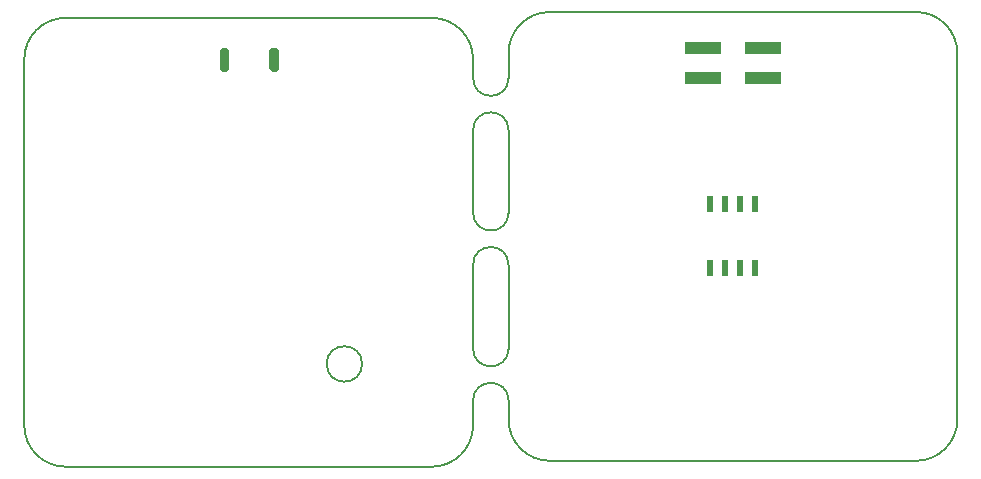
<source format=gbr>
%TF.GenerationSoftware,KiCad,Pcbnew,(5.1.8-0-10_14)*%
%TF.CreationDate,2021-08-18T13:43:01+02:00*%
%TF.ProjectId,ethersweep,65746865-7273-4776-9565-702e6b696361,2.0.1*%
%TF.SameCoordinates,Original*%
%TF.FileFunction,Paste,Bot*%
%TF.FilePolarity,Positive*%
%FSLAX46Y46*%
G04 Gerber Fmt 4.6, Leading zero omitted, Abs format (unit mm)*
G04 Created by KiCad (PCBNEW (5.1.8-0-10_14)) date 2021-08-18 13:43:01*
%MOMM*%
%LPD*%
G01*
G04 APERTURE LIST*
%TA.AperFunction,Profile*%
%ADD10C,0.150000*%
%TD*%
%ADD11R,3.150000X1.000000*%
%ADD12R,0.600000X1.400000*%
G04 APERTURE END LIST*
D10*
X198000000Y-81000000D02*
G75*
G02*
X201500000Y-84500000I0J-3500000D01*
G01*
X160500000Y-115500000D02*
X160500000Y-113900000D01*
X163500000Y-86600000D02*
X163500000Y-85000000D01*
X163500000Y-86600000D02*
G75*
G02*
X160500000Y-86600000I-1500000J0D01*
G01*
X163500000Y-115500000D02*
X163500000Y-113900000D01*
X160500000Y-86600000D02*
X160500000Y-85000000D01*
X160500000Y-113900000D02*
G75*
G02*
X163500000Y-113900000I1500000J0D01*
G01*
X163500000Y-98000000D02*
G75*
G02*
X160500000Y-98000000I-1500000J0D01*
G01*
X160500000Y-91000000D02*
G75*
G02*
X163500000Y-91000000I1500000J0D01*
G01*
X163500000Y-98000000D02*
X163500000Y-91000000D01*
X160500000Y-109500000D02*
X160500000Y-102400000D01*
X160500000Y-102400000D02*
G75*
G02*
X163500000Y-102400000I1500000J0D01*
G01*
X160500000Y-98000000D02*
X160500000Y-91000000D01*
X163500000Y-109500000D02*
X163500000Y-102400000D01*
X163500000Y-109500000D02*
G75*
G02*
X160500000Y-109500000I-1500000J0D01*
G01*
X160500000Y-116000000D02*
X160500000Y-115500000D01*
X163500000Y-84500000D02*
X163500000Y-85000000D01*
X151100000Y-110800000D02*
G75*
G03*
X151100000Y-110800000I-1500000J0D01*
G01*
X126000000Y-119500000D02*
G75*
G02*
X122500000Y-116000000I0J3500000D01*
G01*
X126000000Y-119500000D02*
X157000000Y-119500000D01*
X167000000Y-81000000D02*
X198000000Y-81000000D01*
X163500000Y-84500000D02*
G75*
G02*
X167000000Y-81000000I3500000J0D01*
G01*
X201500000Y-115500000D02*
G75*
G02*
X198000000Y-119000000I-3500000J0D01*
G01*
X167000000Y-119000000D02*
G75*
G02*
X163500000Y-115500000I0J3500000D01*
G01*
X167000000Y-119000000D02*
X198000000Y-119000000D01*
X201500000Y-115500000D02*
X201500000Y-84500000D01*
X122500000Y-85000000D02*
X122500000Y-116000000D01*
X160500000Y-116000000D02*
G75*
G02*
X157000000Y-119500000I-3500000J0D01*
G01*
X157000000Y-81500000D02*
G75*
G02*
X160500000Y-85000000I0J-3500000D01*
G01*
X122500000Y-85000000D02*
G75*
G02*
X126000000Y-81500000I3500000J0D01*
G01*
X157000000Y-81500000D02*
X126000000Y-81500000D01*
D11*
X185025000Y-84030000D03*
X179975000Y-84030000D03*
X185025000Y-86570000D03*
X179975000Y-86570000D03*
G36*
G01*
X139850000Y-84250000D02*
X139850000Y-85850000D01*
G75*
G02*
X139650000Y-86050000I-200000J0D01*
G01*
X139250000Y-86050000D01*
G75*
G02*
X139050000Y-85850000I0J200000D01*
G01*
X139050000Y-84250000D01*
G75*
G02*
X139250000Y-84050000I200000J0D01*
G01*
X139650000Y-84050000D01*
G75*
G02*
X139850000Y-84250000I0J-200000D01*
G01*
G37*
G36*
G01*
X144050000Y-84250000D02*
X144050000Y-85850000D01*
G75*
G02*
X143850000Y-86050000I-200000J0D01*
G01*
X143450000Y-86050000D01*
G75*
G02*
X143250000Y-85850000I0J200000D01*
G01*
X143250000Y-84250000D01*
G75*
G02*
X143450000Y-84050000I200000J0D01*
G01*
X143850000Y-84050000D01*
G75*
G02*
X144050000Y-84250000I0J-200000D01*
G01*
G37*
D12*
X180595000Y-97300000D03*
X181865000Y-97300000D03*
X183135000Y-97300000D03*
X184405000Y-97300000D03*
X184405000Y-102700000D03*
X183135000Y-102700000D03*
X181865000Y-102700000D03*
X180595000Y-102700000D03*
M02*

</source>
